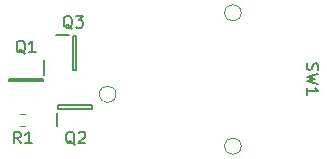
<source format=gbr>
%TF.GenerationSoftware,KiCad,Pcbnew,7.0.1*%
%TF.CreationDate,2025-01-27T12:13:09-08:00*%
%TF.ProjectId,project,70726f6a-6563-4742-9e6b-696361645f70,rev?*%
%TF.SameCoordinates,Original*%
%TF.FileFunction,Legend,Top*%
%TF.FilePolarity,Positive*%
%FSLAX46Y46*%
G04 Gerber Fmt 4.6, Leading zero omitted, Abs format (unit mm)*
G04 Created by KiCad (PCBNEW 7.0.1) date 2025-01-27 12:13:09*
%MOMM*%
%LPD*%
G01*
G04 APERTURE LIST*
%ADD10C,0.150000*%
%ADD11C,0.200000*%
%ADD12C,0.120000*%
G04 APERTURE END LIST*
D10*
%TO.C,Q3*%
X105704761Y-88757857D02*
X105609523Y-88710238D01*
X105609523Y-88710238D02*
X105514285Y-88615000D01*
X105514285Y-88615000D02*
X105371428Y-88472142D01*
X105371428Y-88472142D02*
X105276190Y-88424523D01*
X105276190Y-88424523D02*
X105180952Y-88424523D01*
X105228571Y-88662619D02*
X105133333Y-88615000D01*
X105133333Y-88615000D02*
X105038095Y-88519761D01*
X105038095Y-88519761D02*
X104990476Y-88329285D01*
X104990476Y-88329285D02*
X104990476Y-87995952D01*
X104990476Y-87995952D02*
X105038095Y-87805476D01*
X105038095Y-87805476D02*
X105133333Y-87710238D01*
X105133333Y-87710238D02*
X105228571Y-87662619D01*
X105228571Y-87662619D02*
X105419047Y-87662619D01*
X105419047Y-87662619D02*
X105514285Y-87710238D01*
X105514285Y-87710238D02*
X105609523Y-87805476D01*
X105609523Y-87805476D02*
X105657142Y-87995952D01*
X105657142Y-87995952D02*
X105657142Y-88329285D01*
X105657142Y-88329285D02*
X105609523Y-88519761D01*
X105609523Y-88519761D02*
X105514285Y-88615000D01*
X105514285Y-88615000D02*
X105419047Y-88662619D01*
X105419047Y-88662619D02*
X105228571Y-88662619D01*
X105990476Y-87662619D02*
X106609523Y-87662619D01*
X106609523Y-87662619D02*
X106276190Y-88043571D01*
X106276190Y-88043571D02*
X106419047Y-88043571D01*
X106419047Y-88043571D02*
X106514285Y-88091190D01*
X106514285Y-88091190D02*
X106561904Y-88138809D01*
X106561904Y-88138809D02*
X106609523Y-88234047D01*
X106609523Y-88234047D02*
X106609523Y-88472142D01*
X106609523Y-88472142D02*
X106561904Y-88567380D01*
X106561904Y-88567380D02*
X106514285Y-88615000D01*
X106514285Y-88615000D02*
X106419047Y-88662619D01*
X106419047Y-88662619D02*
X106133333Y-88662619D01*
X106133333Y-88662619D02*
X106038095Y-88615000D01*
X106038095Y-88615000D02*
X105990476Y-88567380D01*
%TO.C,Q1*%
X101704761Y-90857857D02*
X101609523Y-90810238D01*
X101609523Y-90810238D02*
X101514285Y-90715000D01*
X101514285Y-90715000D02*
X101371428Y-90572142D01*
X101371428Y-90572142D02*
X101276190Y-90524523D01*
X101276190Y-90524523D02*
X101180952Y-90524523D01*
X101228571Y-90762619D02*
X101133333Y-90715000D01*
X101133333Y-90715000D02*
X101038095Y-90619761D01*
X101038095Y-90619761D02*
X100990476Y-90429285D01*
X100990476Y-90429285D02*
X100990476Y-90095952D01*
X100990476Y-90095952D02*
X101038095Y-89905476D01*
X101038095Y-89905476D02*
X101133333Y-89810238D01*
X101133333Y-89810238D02*
X101228571Y-89762619D01*
X101228571Y-89762619D02*
X101419047Y-89762619D01*
X101419047Y-89762619D02*
X101514285Y-89810238D01*
X101514285Y-89810238D02*
X101609523Y-89905476D01*
X101609523Y-89905476D02*
X101657142Y-90095952D01*
X101657142Y-90095952D02*
X101657142Y-90429285D01*
X101657142Y-90429285D02*
X101609523Y-90619761D01*
X101609523Y-90619761D02*
X101514285Y-90715000D01*
X101514285Y-90715000D02*
X101419047Y-90762619D01*
X101419047Y-90762619D02*
X101228571Y-90762619D01*
X102609523Y-90762619D02*
X102038095Y-90762619D01*
X102323809Y-90762619D02*
X102323809Y-89762619D01*
X102323809Y-89762619D02*
X102228571Y-89905476D01*
X102228571Y-89905476D02*
X102133333Y-90000714D01*
X102133333Y-90000714D02*
X102038095Y-90048333D01*
%TO.C,SW1*%
X125585000Y-91666667D02*
X125537380Y-91809524D01*
X125537380Y-91809524D02*
X125537380Y-92047619D01*
X125537380Y-92047619D02*
X125585000Y-92142857D01*
X125585000Y-92142857D02*
X125632619Y-92190476D01*
X125632619Y-92190476D02*
X125727857Y-92238095D01*
X125727857Y-92238095D02*
X125823095Y-92238095D01*
X125823095Y-92238095D02*
X125918333Y-92190476D01*
X125918333Y-92190476D02*
X125965952Y-92142857D01*
X125965952Y-92142857D02*
X126013571Y-92047619D01*
X126013571Y-92047619D02*
X126061190Y-91857143D01*
X126061190Y-91857143D02*
X126108809Y-91761905D01*
X126108809Y-91761905D02*
X126156428Y-91714286D01*
X126156428Y-91714286D02*
X126251666Y-91666667D01*
X126251666Y-91666667D02*
X126346904Y-91666667D01*
X126346904Y-91666667D02*
X126442142Y-91714286D01*
X126442142Y-91714286D02*
X126489761Y-91761905D01*
X126489761Y-91761905D02*
X126537380Y-91857143D01*
X126537380Y-91857143D02*
X126537380Y-92095238D01*
X126537380Y-92095238D02*
X126489761Y-92238095D01*
X126537380Y-92571429D02*
X125537380Y-92809524D01*
X125537380Y-92809524D02*
X126251666Y-93000000D01*
X126251666Y-93000000D02*
X125537380Y-93190476D01*
X125537380Y-93190476D02*
X126537380Y-93428572D01*
X125537380Y-94333333D02*
X125537380Y-93761905D01*
X125537380Y-94047619D02*
X126537380Y-94047619D01*
X126537380Y-94047619D02*
X126394523Y-93952381D01*
X126394523Y-93952381D02*
X126299285Y-93857143D01*
X126299285Y-93857143D02*
X126251666Y-93761905D01*
%TO.C,R1*%
X101333333Y-98462619D02*
X101000000Y-97986428D01*
X100761905Y-98462619D02*
X100761905Y-97462619D01*
X100761905Y-97462619D02*
X101142857Y-97462619D01*
X101142857Y-97462619D02*
X101238095Y-97510238D01*
X101238095Y-97510238D02*
X101285714Y-97557857D01*
X101285714Y-97557857D02*
X101333333Y-97653095D01*
X101333333Y-97653095D02*
X101333333Y-97795952D01*
X101333333Y-97795952D02*
X101285714Y-97891190D01*
X101285714Y-97891190D02*
X101238095Y-97938809D01*
X101238095Y-97938809D02*
X101142857Y-97986428D01*
X101142857Y-97986428D02*
X100761905Y-97986428D01*
X102285714Y-98462619D02*
X101714286Y-98462619D01*
X102000000Y-98462619D02*
X102000000Y-97462619D01*
X102000000Y-97462619D02*
X101904762Y-97605476D01*
X101904762Y-97605476D02*
X101809524Y-97700714D01*
X101809524Y-97700714D02*
X101714286Y-97748333D01*
%TO.C,Q2*%
X105904761Y-98557857D02*
X105809523Y-98510238D01*
X105809523Y-98510238D02*
X105714285Y-98415000D01*
X105714285Y-98415000D02*
X105571428Y-98272142D01*
X105571428Y-98272142D02*
X105476190Y-98224523D01*
X105476190Y-98224523D02*
X105380952Y-98224523D01*
X105428571Y-98462619D02*
X105333333Y-98415000D01*
X105333333Y-98415000D02*
X105238095Y-98319761D01*
X105238095Y-98319761D02*
X105190476Y-98129285D01*
X105190476Y-98129285D02*
X105190476Y-97795952D01*
X105190476Y-97795952D02*
X105238095Y-97605476D01*
X105238095Y-97605476D02*
X105333333Y-97510238D01*
X105333333Y-97510238D02*
X105428571Y-97462619D01*
X105428571Y-97462619D02*
X105619047Y-97462619D01*
X105619047Y-97462619D02*
X105714285Y-97510238D01*
X105714285Y-97510238D02*
X105809523Y-97605476D01*
X105809523Y-97605476D02*
X105857142Y-97795952D01*
X105857142Y-97795952D02*
X105857142Y-98129285D01*
X105857142Y-98129285D02*
X105809523Y-98319761D01*
X105809523Y-98319761D02*
X105714285Y-98415000D01*
X105714285Y-98415000D02*
X105619047Y-98462619D01*
X105619047Y-98462619D02*
X105428571Y-98462619D01*
X106238095Y-97557857D02*
X106285714Y-97510238D01*
X106285714Y-97510238D02*
X106380952Y-97462619D01*
X106380952Y-97462619D02*
X106619047Y-97462619D01*
X106619047Y-97462619D02*
X106714285Y-97510238D01*
X106714285Y-97510238D02*
X106761904Y-97557857D01*
X106761904Y-97557857D02*
X106809523Y-97653095D01*
X106809523Y-97653095D02*
X106809523Y-97748333D01*
X106809523Y-97748333D02*
X106761904Y-97891190D01*
X106761904Y-97891190D02*
X106190476Y-98462619D01*
X106190476Y-98462619D02*
X106809523Y-98462619D01*
D11*
%TO.C,Q3*%
X104300000Y-89265000D02*
X105400000Y-89265000D01*
X105750000Y-92250000D02*
X105750000Y-89350000D01*
X106050000Y-89350000D02*
X106050000Y-92250000D01*
X106050000Y-92250000D02*
X105750000Y-92250000D01*
X105750000Y-89350000D02*
X106050000Y-89350000D01*
D12*
%TO.C,TP3*%
X109400000Y-94300000D02*
G75*
G03*
X109400000Y-94300000I-700000J0D01*
G01*
D11*
%TO.C,Q1*%
X103300000Y-91400000D02*
X103300000Y-92700000D01*
X103260000Y-93150000D02*
X100340000Y-93150000D01*
X100340000Y-93050000D02*
X103260000Y-93050000D01*
X100340000Y-93150000D02*
X100340000Y-93050000D01*
X103260000Y-93050000D02*
X103260000Y-93150000D01*
D12*
%TO.C,TP1*%
X120000000Y-87400000D02*
G75*
G03*
X120000000Y-87400000I-700000J0D01*
G01*
%TO.C,TP2*%
X120000000Y-98700000D02*
G75*
G03*
X120000000Y-98700000I-700000J0D01*
G01*
%TO.C,R1*%
X101737258Y-97022500D02*
X101262742Y-97022500D01*
X101737258Y-95977500D02*
X101262742Y-95977500D01*
D11*
%TO.C,Q2*%
X107390000Y-95550000D02*
X104490000Y-95550000D01*
X104490000Y-95250000D02*
X107390000Y-95250000D01*
X104405000Y-97000000D02*
X104405000Y-95900000D01*
X104490000Y-95550000D02*
X104490000Y-95250000D01*
X107390000Y-95250000D02*
X107390000Y-95550000D01*
%TD*%
M02*

</source>
